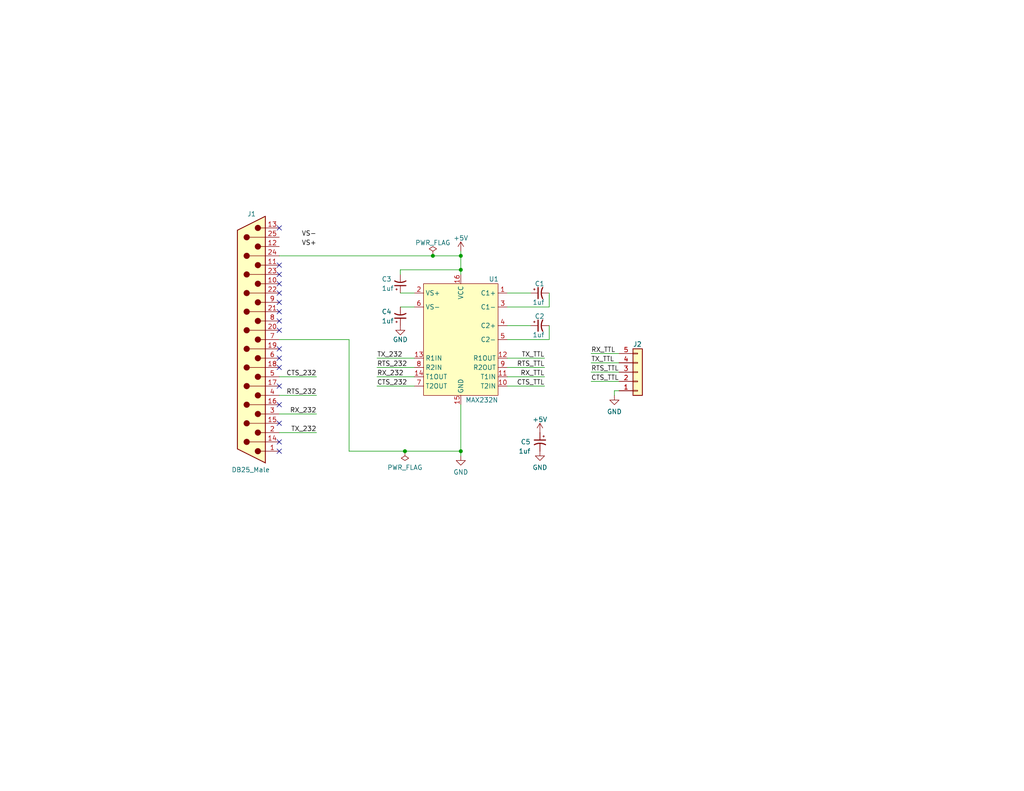
<source format=kicad_sch>
(kicad_sch (version 20211123) (generator eeschema)

  (uuid f16375ec-716c-4232-9de7-b320a5adc528)

  (paper "A")

  (title_block
    (title "RS232 to TTL Adapter")
    (date "2022-02-18")
    (rev "0")
  )

  (lib_symbols
    (symbol "Connector:DB25_Male" (pin_names (offset 1.016) hide) (in_bom yes) (on_board yes)
      (property "Reference" "J" (id 0) (at 0 34.29 0)
        (effects (font (size 1.27 1.27)))
      )
      (property "Value" "DB25_Male" (id 1) (at 0 -34.925 0)
        (effects (font (size 1.27 1.27)))
      )
      (property "Footprint" "" (id 2) (at 0 0 0)
        (effects (font (size 1.27 1.27)) hide)
      )
      (property "Datasheet" " ~" (id 3) (at 0 0 0)
        (effects (font (size 1.27 1.27)) hide)
      )
      (property "ki_keywords" "male D-SUB connector" (id 4) (at 0 0 0)
        (effects (font (size 1.27 1.27)) hide)
      )
      (property "ki_description" "25-pin male D-SUB connector" (id 5) (at 0 0 0)
        (effects (font (size 1.27 1.27)) hide)
      )
      (property "ki_fp_filters" "DSUB*Male*" (id 6) (at 0 0 0)
        (effects (font (size 1.27 1.27)) hide)
      )
      (symbol "DB25_Male_0_1"
        (circle (center -1.778 -30.48) (radius 0.762)
          (stroke (width 0) (type default) (color 0 0 0 0))
          (fill (type outline))
        )
        (circle (center -1.778 -25.4) (radius 0.762)
          (stroke (width 0) (type default) (color 0 0 0 0))
          (fill (type outline))
        )
        (circle (center -1.778 -20.32) (radius 0.762)
          (stroke (width 0) (type default) (color 0 0 0 0))
          (fill (type outline))
        )
        (circle (center -1.778 -15.24) (radius 0.762)
          (stroke (width 0) (type default) (color 0 0 0 0))
          (fill (type outline))
        )
        (circle (center -1.778 -10.16) (radius 0.762)
          (stroke (width 0) (type default) (color 0 0 0 0))
          (fill (type outline))
        )
        (circle (center -1.778 -5.08) (radius 0.762)
          (stroke (width 0) (type default) (color 0 0 0 0))
          (fill (type outline))
        )
        (circle (center -1.778 0) (radius 0.762)
          (stroke (width 0) (type default) (color 0 0 0 0))
          (fill (type outline))
        )
        (circle (center -1.778 5.08) (radius 0.762)
          (stroke (width 0) (type default) (color 0 0 0 0))
          (fill (type outline))
        )
        (circle (center -1.778 10.16) (radius 0.762)
          (stroke (width 0) (type default) (color 0 0 0 0))
          (fill (type outline))
        )
        (circle (center -1.778 15.24) (radius 0.762)
          (stroke (width 0) (type default) (color 0 0 0 0))
          (fill (type outline))
        )
        (circle (center -1.778 20.32) (radius 0.762)
          (stroke (width 0) (type default) (color 0 0 0 0))
          (fill (type outline))
        )
        (circle (center -1.778 25.4) (radius 0.762)
          (stroke (width 0) (type default) (color 0 0 0 0))
          (fill (type outline))
        )
        (circle (center -1.778 30.48) (radius 0.762)
          (stroke (width 0) (type default) (color 0 0 0 0))
          (fill (type outline))
        )
        (polyline
          (pts
            (xy -3.81 -30.48)
            (xy -2.54 -30.48)
          )
          (stroke (width 0) (type default) (color 0 0 0 0))
          (fill (type none))
        )
        (polyline
          (pts
            (xy -3.81 -27.94)
            (xy 0.508 -27.94)
          )
          (stroke (width 0) (type default) (color 0 0 0 0))
          (fill (type none))
        )
        (polyline
          (pts
            (xy -3.81 -25.4)
            (xy -2.54 -25.4)
          )
          (stroke (width 0) (type default) (color 0 0 0 0))
          (fill (type none))
        )
        (polyline
          (pts
            (xy -3.81 -22.86)
            (xy 0.508 -22.86)
          )
          (stroke (width 0) (type default) (color 0 0 0 0))
          (fill (type none))
        )
        (polyline
          (pts
            (xy -3.81 -20.32)
            (xy -2.54 -20.32)
          )
          (stroke (width 0) (type default) (color 0 0 0 0))
          (fill (type none))
        )
        (polyline
          (pts
            (xy -3.81 -17.78)
            (xy 0.508 -17.78)
          )
          (stroke (width 0) (type default) (color 0 0 0 0))
          (fill (type none))
        )
        (polyline
          (pts
            (xy -3.81 -15.24)
            (xy -2.54 -15.24)
          )
          (stroke (width 0) (type default) (color 0 0 0 0))
          (fill (type none))
        )
        (polyline
          (pts
            (xy -3.81 -12.7)
            (xy 0.508 -12.7)
          )
          (stroke (width 0) (type default) (color 0 0 0 0))
          (fill (type none))
        )
        (polyline
          (pts
            (xy -3.81 -10.16)
            (xy -2.54 -10.16)
          )
          (stroke (width 0) (type default) (color 0 0 0 0))
          (fill (type none))
        )
        (polyline
          (pts
            (xy -3.81 -7.62)
            (xy 0.508 -7.62)
          )
          (stroke (width 0) (type default) (color 0 0 0 0))
          (fill (type none))
        )
        (polyline
          (pts
            (xy -3.81 -5.08)
            (xy -2.54 -5.08)
          )
          (stroke (width 0) (type default) (color 0 0 0 0))
          (fill (type none))
        )
        (polyline
          (pts
            (xy -3.81 -2.54)
            (xy 0.508 -2.54)
          )
          (stroke (width 0) (type default) (color 0 0 0 0))
          (fill (type none))
        )
        (polyline
          (pts
            (xy -3.81 0)
            (xy -2.54 0)
          )
          (stroke (width 0) (type default) (color 0 0 0 0))
          (fill (type none))
        )
        (polyline
          (pts
            (xy -3.81 2.54)
            (xy 0.508 2.54)
          )
          (stroke (width 0) (type default) (color 0 0 0 0))
          (fill (type none))
        )
        (polyline
          (pts
            (xy -3.81 5.08)
            (xy -2.54 5.08)
          )
          (stroke (width 0) (type default) (color 0 0 0 0))
          (fill (type none))
        )
        (polyline
          (pts
            (xy -3.81 7.62)
            (xy 0.508 7.62)
          )
          (stroke (width 0) (type default) (color 0 0 0 0))
          (fill (type none))
        )
        (polyline
          (pts
            (xy -3.81 10.16)
            (xy -2.54 10.16)
          )
          (stroke (width 0) (type default) (color 0 0 0 0))
          (fill (type none))
        )
        (polyline
          (pts
            (xy -3.81 12.7)
            (xy 0.508 12.7)
          )
          (stroke (width 0) (type default) (color 0 0 0 0))
          (fill (type none))
        )
        (polyline
          (pts
            (xy -3.81 15.24)
            (xy -2.54 15.24)
          )
          (stroke (width 0) (type default) (color 0 0 0 0))
          (fill (type none))
        )
        (polyline
          (pts
            (xy -3.81 17.78)
            (xy 0.508 17.78)
          )
          (stroke (width 0) (type default) (color 0 0 0 0))
          (fill (type none))
        )
        (polyline
          (pts
            (xy -3.81 20.32)
            (xy -2.54 20.32)
          )
          (stroke (width 0) (type default) (color 0 0 0 0))
          (fill (type none))
        )
        (polyline
          (pts
            (xy -3.81 22.86)
            (xy 0.508 22.86)
          )
          (stroke (width 0) (type default) (color 0 0 0 0))
          (fill (type none))
        )
        (polyline
          (pts
            (xy -3.81 25.4)
            (xy -2.54 25.4)
          )
          (stroke (width 0) (type default) (color 0 0 0 0))
          (fill (type none))
        )
        (polyline
          (pts
            (xy -3.81 27.94)
            (xy 0.508 27.94)
          )
          (stroke (width 0) (type default) (color 0 0 0 0))
          (fill (type none))
        )
        (polyline
          (pts
            (xy -3.81 30.48)
            (xy -2.54 30.48)
          )
          (stroke (width 0) (type default) (color 0 0 0 0))
          (fill (type none))
        )
        (polyline
          (pts
            (xy -3.81 -33.655)
            (xy 3.81 -29.845)
            (xy 3.81 29.845)
            (xy -3.81 33.655)
            (xy -3.81 -33.655)
          )
          (stroke (width 0.254) (type default) (color 0 0 0 0))
          (fill (type background))
        )
        (circle (center 1.27 -27.94) (radius 0.762)
          (stroke (width 0) (type default) (color 0 0 0 0))
          (fill (type outline))
        )
        (circle (center 1.27 -22.86) (radius 0.762)
          (stroke (width 0) (type default) (color 0 0 0 0))
          (fill (type outline))
        )
        (circle (center 1.27 -17.78) (radius 0.762)
          (stroke (width 0) (type default) (color 0 0 0 0))
          (fill (type outline))
        )
        (circle (center 1.27 -12.7) (radius 0.762)
          (stroke (width 0) (type default) (color 0 0 0 0))
          (fill (type outline))
        )
        (circle (center 1.27 -7.62) (radius 0.762)
          (stroke (width 0) (type default) (color 0 0 0 0))
          (fill (type outline))
        )
        (circle (center 1.27 -2.54) (radius 0.762)
          (stroke (width 0) (type default) (color 0 0 0 0))
          (fill (type outline))
        )
        (circle (center 1.27 2.54) (radius 0.762)
          (stroke (width 0) (type default) (color 0 0 0 0))
          (fill (type outline))
        )
        (circle (center 1.27 7.62) (radius 0.762)
          (stroke (width 0) (type default) (color 0 0 0 0))
          (fill (type outline))
        )
        (circle (center 1.27 12.7) (radius 0.762)
          (stroke (width 0) (type default) (color 0 0 0 0))
          (fill (type outline))
        )
        (circle (center 1.27 17.78) (radius 0.762)
          (stroke (width 0) (type default) (color 0 0 0 0))
          (fill (type outline))
        )
        (circle (center 1.27 22.86) (radius 0.762)
          (stroke (width 0) (type default) (color 0 0 0 0))
          (fill (type outline))
        )
        (circle (center 1.27 27.94) (radius 0.762)
          (stroke (width 0) (type default) (color 0 0 0 0))
          (fill (type outline))
        )
      )
      (symbol "DB25_Male_1_1"
        (pin passive line (at -7.62 -30.48 0) (length 3.81)
          (name "1" (effects (font (size 1.27 1.27))))
          (number "1" (effects (font (size 1.27 1.27))))
        )
        (pin passive line (at -7.62 15.24 0) (length 3.81)
          (name "10" (effects (font (size 1.27 1.27))))
          (number "10" (effects (font (size 1.27 1.27))))
        )
        (pin passive line (at -7.62 20.32 0) (length 3.81)
          (name "11" (effects (font (size 1.27 1.27))))
          (number "11" (effects (font (size 1.27 1.27))))
        )
        (pin passive line (at -7.62 25.4 0) (length 3.81)
          (name "12" (effects (font (size 1.27 1.27))))
          (number "12" (effects (font (size 1.27 1.27))))
        )
        (pin passive line (at -7.62 30.48 0) (length 3.81)
          (name "13" (effects (font (size 1.27 1.27))))
          (number "13" (effects (font (size 1.27 1.27))))
        )
        (pin passive line (at -7.62 -27.94 0) (length 3.81)
          (name "P14" (effects (font (size 1.27 1.27))))
          (number "14" (effects (font (size 1.27 1.27))))
        )
        (pin passive line (at -7.62 -22.86 0) (length 3.81)
          (name "P15" (effects (font (size 1.27 1.27))))
          (number "15" (effects (font (size 1.27 1.27))))
        )
        (pin passive line (at -7.62 -17.78 0) (length 3.81)
          (name "P16" (effects (font (size 1.27 1.27))))
          (number "16" (effects (font (size 1.27 1.27))))
        )
        (pin passive line (at -7.62 -12.7 0) (length 3.81)
          (name "P17" (effects (font (size 1.27 1.27))))
          (number "17" (effects (font (size 1.27 1.27))))
        )
        (pin passive line (at -7.62 -7.62 0) (length 3.81)
          (name "P18" (effects (font (size 1.27 1.27))))
          (number "18" (effects (font (size 1.27 1.27))))
        )
        (pin passive line (at -7.62 -2.54 0) (length 3.81)
          (name "P19" (effects (font (size 1.27 1.27))))
          (number "19" (effects (font (size 1.27 1.27))))
        )
        (pin passive line (at -7.62 -25.4 0) (length 3.81)
          (name "2" (effects (font (size 1.27 1.27))))
          (number "2" (effects (font (size 1.27 1.27))))
        )
        (pin passive line (at -7.62 2.54 0) (length 3.81)
          (name "P20" (effects (font (size 1.27 1.27))))
          (number "20" (effects (font (size 1.27 1.27))))
        )
        (pin passive line (at -7.62 7.62 0) (length 3.81)
          (name "P21" (effects (font (size 1.27 1.27))))
          (number "21" (effects (font (size 1.27 1.27))))
        )
        (pin passive line (at -7.62 12.7 0) (length 3.81)
          (name "P22" (effects (font (size 1.27 1.27))))
          (number "22" (effects (font (size 1.27 1.27))))
        )
        (pin passive line (at -7.62 17.78 0) (length 3.81)
          (name "P23" (effects (font (size 1.27 1.27))))
          (number "23" (effects (font (size 1.27 1.27))))
        )
        (pin passive line (at -7.62 22.86 0) (length 3.81)
          (name "P24" (effects (font (size 1.27 1.27))))
          (number "24" (effects (font (size 1.27 1.27))))
        )
        (pin passive line (at -7.62 27.94 0) (length 3.81)
          (name "P25" (effects (font (size 1.27 1.27))))
          (number "25" (effects (font (size 1.27 1.27))))
        )
        (pin passive line (at -7.62 -20.32 0) (length 3.81)
          (name "3" (effects (font (size 1.27 1.27))))
          (number "3" (effects (font (size 1.27 1.27))))
        )
        (pin passive line (at -7.62 -15.24 0) (length 3.81)
          (name "4" (effects (font (size 1.27 1.27))))
          (number "4" (effects (font (size 1.27 1.27))))
        )
        (pin passive line (at -7.62 -10.16 0) (length 3.81)
          (name "5" (effects (font (size 1.27 1.27))))
          (number "5" (effects (font (size 1.27 1.27))))
        )
        (pin passive line (at -7.62 -5.08 0) (length 3.81)
          (name "6" (effects (font (size 1.27 1.27))))
          (number "6" (effects (font (size 1.27 1.27))))
        )
        (pin passive line (at -7.62 0 0) (length 3.81)
          (name "7" (effects (font (size 1.27 1.27))))
          (number "7" (effects (font (size 1.27 1.27))))
        )
        (pin passive line (at -7.62 5.08 0) (length 3.81)
          (name "8" (effects (font (size 1.27 1.27))))
          (number "8" (effects (font (size 1.27 1.27))))
        )
        (pin passive line (at -7.62 10.16 0) (length 3.81)
          (name "9" (effects (font (size 1.27 1.27))))
          (number "9" (effects (font (size 1.27 1.27))))
        )
      )
    )
    (symbol "Connector_Generic:Conn_01x05" (pin_names (offset 1.016) hide) (in_bom yes) (on_board yes)
      (property "Reference" "J" (id 0) (at 0 7.62 0)
        (effects (font (size 1.27 1.27)))
      )
      (property "Value" "Conn_01x05" (id 1) (at 0 -7.62 0)
        (effects (font (size 1.27 1.27)))
      )
      (property "Footprint" "" (id 2) (at 0 0 0)
        (effects (font (size 1.27 1.27)) hide)
      )
      (property "Datasheet" "~" (id 3) (at 0 0 0)
        (effects (font (size 1.27 1.27)) hide)
      )
      (property "ki_keywords" "connector" (id 4) (at 0 0 0)
        (effects (font (size 1.27 1.27)) hide)
      )
      (property "ki_description" "Generic connector, single row, 01x05, script generated (kicad-library-utils/schlib/autogen/connector/)" (id 5) (at 0 0 0)
        (effects (font (size 1.27 1.27)) hide)
      )
      (property "ki_fp_filters" "Connector*:*_1x??_*" (id 6) (at 0 0 0)
        (effects (font (size 1.27 1.27)) hide)
      )
      (symbol "Conn_01x05_1_1"
        (rectangle (start -1.27 -4.953) (end 0 -5.207)
          (stroke (width 0.1524) (type default) (color 0 0 0 0))
          (fill (type none))
        )
        (rectangle (start -1.27 -2.413) (end 0 -2.667)
          (stroke (width 0.1524) (type default) (color 0 0 0 0))
          (fill (type none))
        )
        (rectangle (start -1.27 0.127) (end 0 -0.127)
          (stroke (width 0.1524) (type default) (color 0 0 0 0))
          (fill (type none))
        )
        (rectangle (start -1.27 2.667) (end 0 2.413)
          (stroke (width 0.1524) (type default) (color 0 0 0 0))
          (fill (type none))
        )
        (rectangle (start -1.27 5.207) (end 0 4.953)
          (stroke (width 0.1524) (type default) (color 0 0 0 0))
          (fill (type none))
        )
        (rectangle (start -1.27 6.35) (end 1.27 -6.35)
          (stroke (width 0.254) (type default) (color 0 0 0 0))
          (fill (type background))
        )
        (pin passive line (at -5.08 5.08 0) (length 3.81)
          (name "Pin_1" (effects (font (size 1.27 1.27))))
          (number "1" (effects (font (size 1.27 1.27))))
        )
        (pin passive line (at -5.08 2.54 0) (length 3.81)
          (name "Pin_2" (effects (font (size 1.27 1.27))))
          (number "2" (effects (font (size 1.27 1.27))))
        )
        (pin passive line (at -5.08 0 0) (length 3.81)
          (name "Pin_3" (effects (font (size 1.27 1.27))))
          (number "3" (effects (font (size 1.27 1.27))))
        )
        (pin passive line (at -5.08 -2.54 0) (length 3.81)
          (name "Pin_4" (effects (font (size 1.27 1.27))))
          (number "4" (effects (font (size 1.27 1.27))))
        )
        (pin passive line (at -5.08 -5.08 0) (length 3.81)
          (name "Pin_5" (effects (font (size 1.27 1.27))))
          (number "5" (effects (font (size 1.27 1.27))))
        )
      )
    )
    (symbol "Device:C_Polarized_Small_US" (pin_numbers hide) (pin_names (offset 0.254) hide) (in_bom yes) (on_board yes)
      (property "Reference" "C" (id 0) (at 0.254 1.778 0)
        (effects (font (size 1.27 1.27)) (justify left))
      )
      (property "Value" "C_Polarized_Small_US" (id 1) (at 0.254 -2.032 0)
        (effects (font (size 1.27 1.27)) (justify left))
      )
      (property "Footprint" "" (id 2) (at 0 0 0)
        (effects (font (size 1.27 1.27)) hide)
      )
      (property "Datasheet" "~" (id 3) (at 0 0 0)
        (effects (font (size 1.27 1.27)) hide)
      )
      (property "ki_keywords" "cap capacitor" (id 4) (at 0 0 0)
        (effects (font (size 1.27 1.27)) hide)
      )
      (property "ki_description" "Polarized capacitor, small US symbol" (id 5) (at 0 0 0)
        (effects (font (size 1.27 1.27)) hide)
      )
      (property "ki_fp_filters" "CP_*" (id 6) (at 0 0 0)
        (effects (font (size 1.27 1.27)) hide)
      )
      (symbol "C_Polarized_Small_US_0_1"
        (polyline
          (pts
            (xy -1.524 0.508)
            (xy 1.524 0.508)
          )
          (stroke (width 0.3048) (type default) (color 0 0 0 0))
          (fill (type none))
        )
        (polyline
          (pts
            (xy -1.27 1.524)
            (xy -0.762 1.524)
          )
          (stroke (width 0) (type default) (color 0 0 0 0))
          (fill (type none))
        )
        (polyline
          (pts
            (xy -1.016 1.27)
            (xy -1.016 1.778)
          )
          (stroke (width 0) (type default) (color 0 0 0 0))
          (fill (type none))
        )
        (arc (start 1.524 -0.762) (mid 0 -0.3734) (end -1.524 -0.762)
          (stroke (width 0.3048) (type default) (color 0 0 0 0))
          (fill (type none))
        )
      )
      (symbol "C_Polarized_Small_US_1_1"
        (pin passive line (at 0 2.54 270) (length 2.032)
          (name "~" (effects (font (size 1.27 1.27))))
          (number "1" (effects (font (size 1.27 1.27))))
        )
        (pin passive line (at 0 -2.54 90) (length 2.032)
          (name "~" (effects (font (size 1.27 1.27))))
          (number "2" (effects (font (size 1.27 1.27))))
        )
      )
    )
    (symbol "mcb:MAX232N" (in_bom yes) (on_board yes)
      (property "Reference" "U" (id 0) (at 0 22.86 0)
        (effects (font (size 1.27 1.27)))
      )
      (property "Value" "MAX232N" (id 1) (at 0 20.32 0)
        (effects (font (size 1.27 1.27)))
      )
      (property "Footprint" "Package_DIP:DIP-16_W7.62mm" (id 2) (at 0 0 0)
        (effects (font (size 1.27 1.27)) hide)
      )
      (property "Datasheet" "" (id 3) (at 0 0 0)
        (effects (font (size 1.27 1.27)) hide)
      )
      (symbol "MAX232N_0_1"
        (rectangle (start -10.16 15.24) (end 10.16 -15.24)
          (stroke (width 0) (type default) (color 0 0 0 0))
          (fill (type background))
        )
      )
      (symbol "MAX232N_1_1"
        (pin passive line (at 12.7 12.7 180) (length 2.54)
          (name "C1+" (effects (font (size 1.27 1.27))))
          (number "1" (effects (font (size 1.27 1.27))))
        )
        (pin input line (at 12.7 -12.7 180) (length 2.54)
          (name "T2IN" (effects (font (size 1.27 1.27))))
          (number "10" (effects (font (size 1.27 1.27))))
        )
        (pin input line (at 12.7 -10.16 180) (length 2.54)
          (name "T1IN" (effects (font (size 1.27 1.27))))
          (number "11" (effects (font (size 1.27 1.27))))
        )
        (pin output line (at 12.7 -5.08 180) (length 2.54)
          (name "R1OUT" (effects (font (size 1.27 1.27))))
          (number "12" (effects (font (size 1.27 1.27))))
        )
        (pin input line (at -12.7 -5.08 0) (length 2.54)
          (name "R1IN" (effects (font (size 1.27 1.27))))
          (number "13" (effects (font (size 1.27 1.27))))
        )
        (pin output line (at -12.7 -10.16 0) (length 2.54)
          (name "T1OUT" (effects (font (size 1.27 1.27))))
          (number "14" (effects (font (size 1.27 1.27))))
        )
        (pin power_in line (at 0 -17.78 90) (length 2.54)
          (name "GND" (effects (font (size 1.27 1.27))))
          (number "15" (effects (font (size 1.27 1.27))))
        )
        (pin power_in line (at 0 17.78 270) (length 2.54)
          (name "VCC" (effects (font (size 1.27 1.27))))
          (number "16" (effects (font (size 1.27 1.27))))
        )
        (pin output line (at -12.7 12.7 0) (length 2.54)
          (name "VS+" (effects (font (size 1.27 1.27))))
          (number "2" (effects (font (size 1.27 1.27))))
        )
        (pin passive line (at 12.7 8.89 180) (length 2.54)
          (name "C1-" (effects (font (size 1.27 1.27))))
          (number "3" (effects (font (size 1.27 1.27))))
        )
        (pin passive line (at 12.7 3.81 180) (length 2.54)
          (name "C2+" (effects (font (size 1.27 1.27))))
          (number "4" (effects (font (size 1.27 1.27))))
        )
        (pin passive line (at 12.7 0 180) (length 2.54)
          (name "C2-" (effects (font (size 1.27 1.27))))
          (number "5" (effects (font (size 1.27 1.27))))
        )
        (pin output line (at -12.7 8.89 0) (length 2.54)
          (name "VS-" (effects (font (size 1.27 1.27))))
          (number "6" (effects (font (size 1.27 1.27))))
        )
        (pin output line (at -12.7 -12.7 0) (length 2.54)
          (name "T2OUT" (effects (font (size 1.27 1.27))))
          (number "7" (effects (font (size 1.27 1.27))))
        )
        (pin input line (at -12.7 -7.62 0) (length 2.54)
          (name "R2IN" (effects (font (size 1.27 1.27))))
          (number "8" (effects (font (size 1.27 1.27))))
        )
        (pin output line (at 12.7 -7.62 180) (length 2.54)
          (name "R2OUT" (effects (font (size 1.27 1.27))))
          (number "9" (effects (font (size 1.27 1.27))))
        )
      )
    )
    (symbol "power:+5V" (power) (pin_numbers hide) (pin_names (offset 0) hide) (in_bom yes) (on_board yes)
      (property "Reference" "#PWR" (id 0) (at 0 -3.81 0)
        (effects (font (size 1.27 1.27)) hide)
      )
      (property "Value" "+5V" (id 1) (at 0 3.556 0)
        (effects (font (size 1.27 1.27)))
      )
      (property "Footprint" "" (id 2) (at 0 0 0)
        (effects (font (size 1.27 1.27)) hide)
      )
      (property "Datasheet" "" (id 3) (at 0 0 0)
        (effects (font (size 1.27 1.27)) hide)
      )
      (property "ki_keywords" "power-flag" (id 4) (at 0 0 0)
        (effects (font (size 1.27 1.27)) hide)
      )
      (property "ki_description" "Power symbol creates a global label with name \"+5V\"" (id 5) (at 0 0 0)
        (effects (font (size 1.27 1.27)) hide)
      )
      (symbol "+5V_0_1"
        (polyline
          (pts
            (xy -0.762 1.27)
            (xy 0 2.54)
          )
          (stroke (width 0) (type default) (color 0 0 0 0))
          (fill (type none))
        )
        (polyline
          (pts
            (xy 0 0)
            (xy 0 2.54)
          )
          (stroke (width 0) (type default) (color 0 0 0 0))
          (fill (type none))
        )
        (polyline
          (pts
            (xy 0 2.54)
            (xy 0.762 1.27)
          )
          (stroke (width 0) (type default) (color 0 0 0 0))
          (fill (type none))
        )
      )
      (symbol "+5V_1_1"
        (pin power_in line (at 0 0 90) (length 0) hide
          (name "+5V" (effects (font (size 1.27 1.27))))
          (number "1" (effects (font (size 1.27 1.27))))
        )
      )
    )
    (symbol "power:GND" (power) (pin_numbers hide) (pin_names (offset 0) hide) (in_bom yes) (on_board yes)
      (property "Reference" "#PWR" (id 0) (at 0 -6.35 0)
        (effects (font (size 1.27 1.27)) hide)
      )
      (property "Value" "GND" (id 1) (at 0 -3.81 0)
        (effects (font (size 1.27 1.27)))
      )
      (property "Footprint" "" (id 2) (at 0 0 0)
        (effects (font (size 1.27 1.27)) hide)
      )
      (property "Datasheet" "" (id 3) (at 0 0 0)
        (effects (font (size 1.27 1.27)) hide)
      )
      (property "ki_keywords" "power-flag" (id 4) (at 0 0 0)
        (effects (font (size 1.27 1.27)) hide)
      )
      (property "ki_description" "Power symbol creates a global label with name \"GND\" , ground" (id 5) (at 0 0 0)
        (effects (font (size 1.27 1.27)) hide)
      )
      (symbol "GND_0_1"
        (polyline
          (pts
            (xy 0 0)
            (xy 0 -1.27)
            (xy 1.27 -1.27)
            (xy 0 -2.54)
            (xy -1.27 -1.27)
            (xy 0 -1.27)
          )
          (stroke (width 0) (type default) (color 0 0 0 0))
          (fill (type none))
        )
      )
      (symbol "GND_1_1"
        (pin power_in line (at 0 0 270) (length 0) hide
          (name "GND" (effects (font (size 1.27 1.27))))
          (number "1" (effects (font (size 1.27 1.27))))
        )
      )
    )
    (symbol "power:PWR_FLAG" (power) (pin_numbers hide) (pin_names (offset 0) hide) (in_bom yes) (on_board yes)
      (property "Reference" "#FLG" (id 0) (at 0 1.905 0)
        (effects (font (size 1.27 1.27)) hide)
      )
      (property "Value" "PWR_FLAG" (id 1) (at 0 3.81 0)
        (effects (font (size 1.27 1.27)))
      )
      (property "Footprint" "" (id 2) (at 0 0 0)
        (effects (font (size 1.27 1.27)) hide)
      )
      (property "Datasheet" "~" (id 3) (at 0 0 0)
        (effects (font (size 1.27 1.27)) hide)
      )
      (property "ki_keywords" "power-flag" (id 4) (at 0 0 0)
        (effects (font (size 1.27 1.27)) hide)
      )
      (property "ki_description" "Special symbol for telling ERC where power comes from" (id 5) (at 0 0 0)
        (effects (font (size 1.27 1.27)) hide)
      )
      (symbol "PWR_FLAG_0_0"
        (pin power_out line (at 0 0 90) (length 0)
          (name "pwr" (effects (font (size 1.27 1.27))))
          (number "1" (effects (font (size 1.27 1.27))))
        )
      )
      (symbol "PWR_FLAG_0_1"
        (polyline
          (pts
            (xy 0 0)
            (xy 0 1.27)
            (xy -1.016 1.905)
            (xy 0 2.54)
            (xy 1.016 1.905)
            (xy 0 1.27)
          )
          (stroke (width 0) (type default) (color 0 0 0 0))
          (fill (type none))
        )
      )
    )
  )

  (junction (at 125.73 123.19) (diameter 0) (color 0 0 0 0)
    (uuid 1fb533a9-ae70-446c-90f9-0c00c9c3259f)
  )
  (junction (at 125.73 69.85) (diameter 0) (color 0 0 0 0)
    (uuid b16e5b28-c09e-4273-b238-42c9dd54214c)
  )
  (junction (at 110.49 123.19) (diameter 0) (color 0 0 0 0)
    (uuid b4496839-8428-4fec-bea3-0914d6785fce)
  )
  (junction (at 118.11 69.85) (diameter 0) (color 0 0 0 0)
    (uuid d731617f-cbd0-4d12-bda1-ecf87b7f8081)
  )
  (junction (at 125.73 73.66) (diameter 0) (color 0 0 0 0)
    (uuid ed457586-b897-49fa-98ac-2efd29198c16)
  )

  (no_connect (at 76.2 62.23) (uuid 72e1a9d8-1f59-4b59-bd80-cda96e45d971))
  (no_connect (at 76.2 72.39) (uuid 72e1a9d8-1f59-4b59-bd80-cda96e45d972))
  (no_connect (at 76.2 74.93) (uuid 72e1a9d8-1f59-4b59-bd80-cda96e45d973))
  (no_connect (at 76.2 77.47) (uuid 72e1a9d8-1f59-4b59-bd80-cda96e45d974))
  (no_connect (at 76.2 80.01) (uuid 72e1a9d8-1f59-4b59-bd80-cda96e45d975))
  (no_connect (at 76.2 82.55) (uuid 72e1a9d8-1f59-4b59-bd80-cda96e45d976))
  (no_connect (at 76.2 85.09) (uuid 72e1a9d8-1f59-4b59-bd80-cda96e45d977))
  (no_connect (at 76.2 87.63) (uuid 72e1a9d8-1f59-4b59-bd80-cda96e45d978))
  (no_connect (at 76.2 90.17) (uuid 72e1a9d8-1f59-4b59-bd80-cda96e45d979))
  (no_connect (at 76.2 95.25) (uuid 72e1a9d8-1f59-4b59-bd80-cda96e45d97a))
  (no_connect (at 76.2 97.79) (uuid 72e1a9d8-1f59-4b59-bd80-cda96e45d97b))
  (no_connect (at 76.2 100.33) (uuid 72e1a9d8-1f59-4b59-bd80-cda96e45d97c))
  (no_connect (at 76.2 105.41) (uuid 72e1a9d8-1f59-4b59-bd80-cda96e45d97d))
  (no_connect (at 76.2 110.49) (uuid 72e1a9d8-1f59-4b59-bd80-cda96e45d97e))
  (no_connect (at 76.2 115.57) (uuid 72e1a9d8-1f59-4b59-bd80-cda96e45d97f))
  (no_connect (at 76.2 120.65) (uuid 72e1a9d8-1f59-4b59-bd80-cda96e45d980))
  (no_connect (at 76.2 123.19) (uuid 72e1a9d8-1f59-4b59-bd80-cda96e45d981))

  (wire (pts (xy 109.22 73.66) (xy 125.73 73.66))
    (stroke (width 0) (type default) (color 0 0 0 0))
    (uuid 05538515-6528-4a4c-8ca8-f368d1cbeee6)
  )
  (wire (pts (xy 102.87 100.33) (xy 113.03 100.33))
    (stroke (width 0) (type default) (color 0 0 0 0))
    (uuid 0951ff8f-94d5-493f-a6c7-84ae2f68c9bd)
  )
  (wire (pts (xy 138.43 97.79) (xy 148.59 97.79))
    (stroke (width 0) (type default) (color 0 0 0 0))
    (uuid 0ac1eb30-4798-4d36-83f6-351f71a89fe0)
  )
  (wire (pts (xy 149.86 92.71) (xy 138.43 92.71))
    (stroke (width 0) (type default) (color 0 0 0 0))
    (uuid 0c618a49-48e0-4c58-9945-800e9ba8da07)
  )
  (wire (pts (xy 125.73 123.19) (xy 125.73 124.46))
    (stroke (width 0) (type default) (color 0 0 0 0))
    (uuid 122a363a-2adb-4af8-8d69-7e4479ad13f1)
  )
  (wire (pts (xy 138.43 88.9) (xy 144.78 88.9))
    (stroke (width 0) (type default) (color 0 0 0 0))
    (uuid 194e4ac6-13e7-4e02-a206-00ad7be2e9ed)
  )
  (wire (pts (xy 110.49 123.19) (xy 125.73 123.19))
    (stroke (width 0) (type default) (color 0 0 0 0))
    (uuid 1cb146bb-702b-436c-a432-f69c2d33a2e3)
  )
  (wire (pts (xy 138.43 80.01) (xy 144.78 80.01))
    (stroke (width 0) (type default) (color 0 0 0 0))
    (uuid 2cfcbada-97fe-47b9-8f74-06526b84c59d)
  )
  (wire (pts (xy 138.43 100.33) (xy 148.59 100.33))
    (stroke (width 0) (type default) (color 0 0 0 0))
    (uuid 33a34036-353c-42b4-8020-b85ed6f8f103)
  )
  (wire (pts (xy 161.29 104.14) (xy 168.91 104.14))
    (stroke (width 0) (type default) (color 0 0 0 0))
    (uuid 36ef302c-fab1-4aac-975b-1349100210af)
  )
  (wire (pts (xy 125.73 73.66) (xy 125.73 74.93))
    (stroke (width 0) (type default) (color 0 0 0 0))
    (uuid 38e8ccad-d5b2-4163-94ef-15ad7f929015)
  )
  (wire (pts (xy 149.86 83.82) (xy 138.43 83.82))
    (stroke (width 0) (type default) (color 0 0 0 0))
    (uuid 3ef3fa7a-8efe-4366-b7b8-c666bb60301f)
  )
  (wire (pts (xy 113.03 80.01) (xy 109.22 80.01))
    (stroke (width 0) (type default) (color 0 0 0 0))
    (uuid 45dd312a-4854-4626-ae8a-71a3ad2284b7)
  )
  (wire (pts (xy 125.73 123.19) (xy 125.73 110.49))
    (stroke (width 0) (type default) (color 0 0 0 0))
    (uuid 48dde2c6-31e6-4369-b290-892e13a0fdd8)
  )
  (wire (pts (xy 76.2 107.95) (xy 86.36 107.95))
    (stroke (width 0) (type default) (color 0 0 0 0))
    (uuid 4b1642f4-93bc-4ef7-af67-73d1b43e1955)
  )
  (wire (pts (xy 168.91 106.68) (xy 167.64 106.68))
    (stroke (width 0) (type default) (color 0 0 0 0))
    (uuid 4fb2422e-b898-4428-bc7c-a66722d66e9c)
  )
  (wire (pts (xy 102.87 102.87) (xy 113.03 102.87))
    (stroke (width 0) (type default) (color 0 0 0 0))
    (uuid 51c1b527-1340-43e6-859d-e055817e815a)
  )
  (wire (pts (xy 161.29 101.6) (xy 168.91 101.6))
    (stroke (width 0) (type default) (color 0 0 0 0))
    (uuid 527b7dd3-3432-4445-870b-d0d6cc42649e)
  )
  (wire (pts (xy 109.22 83.82) (xy 113.03 83.82))
    (stroke (width 0) (type default) (color 0 0 0 0))
    (uuid 5d03fa02-d913-4f0b-a26d-0fb39184e38a)
  )
  (wire (pts (xy 102.87 97.79) (xy 113.03 97.79))
    (stroke (width 0) (type default) (color 0 0 0 0))
    (uuid 68671980-193e-479b-b296-1283497824b8)
  )
  (wire (pts (xy 149.86 88.9) (xy 149.86 92.71))
    (stroke (width 0) (type default) (color 0 0 0 0))
    (uuid 6bae723e-daaf-49ee-b9de-cbcbc7eb4863)
  )
  (wire (pts (xy 161.29 99.06) (xy 168.91 99.06))
    (stroke (width 0) (type default) (color 0 0 0 0))
    (uuid 6da8ee32-54bc-4444-ac32-9ba5aed592ca)
  )
  (wire (pts (xy 125.73 69.85) (xy 125.73 68.58))
    (stroke (width 0) (type default) (color 0 0 0 0))
    (uuid 6f32fca6-fbf5-4a53-8cfd-0c7a5a78bbae)
  )
  (wire (pts (xy 161.29 96.52) (xy 168.91 96.52))
    (stroke (width 0) (type default) (color 0 0 0 0))
    (uuid 75ab1d76-d653-49fb-b47b-2f4bc1bc4d20)
  )
  (wire (pts (xy 118.11 69.85) (xy 125.73 69.85))
    (stroke (width 0) (type default) (color 0 0 0 0))
    (uuid 784152b3-257d-4492-a54e-7cc810c48b11)
  )
  (wire (pts (xy 76.2 113.03) (xy 86.36 113.03))
    (stroke (width 0) (type default) (color 0 0 0 0))
    (uuid 7be7f207-27d5-472f-b0fc-2c917d7ae1aa)
  )
  (wire (pts (xy 76.2 118.11) (xy 86.36 118.11))
    (stroke (width 0) (type default) (color 0 0 0 0))
    (uuid 7d34a558-1a74-4e94-8125-c2c6e70ec625)
  )
  (wire (pts (xy 109.22 74.93) (xy 109.22 73.66))
    (stroke (width 0) (type default) (color 0 0 0 0))
    (uuid 8d7c07c6-98ae-4bf3-8daf-1e56369039ce)
  )
  (wire (pts (xy 76.2 92.71) (xy 95.25 92.71))
    (stroke (width 0) (type default) (color 0 0 0 0))
    (uuid a0e88c7b-ea0b-4602-8df3-a3cdccab820c)
  )
  (wire (pts (xy 95.25 123.19) (xy 110.49 123.19))
    (stroke (width 0) (type default) (color 0 0 0 0))
    (uuid c4a98246-2542-4eb4-8c4d-a1683c0b4f62)
  )
  (wire (pts (xy 125.73 69.85) (xy 125.73 73.66))
    (stroke (width 0) (type default) (color 0 0 0 0))
    (uuid c4d8e1fd-d3db-4d8a-a7c4-b9ccfd81a873)
  )
  (wire (pts (xy 149.86 80.01) (xy 149.86 83.82))
    (stroke (width 0) (type default) (color 0 0 0 0))
    (uuid cf92c3c7-6901-49bd-88f8-b5e7db8c7cb3)
  )
  (wire (pts (xy 76.2 102.87) (xy 86.36 102.87))
    (stroke (width 0) (type default) (color 0 0 0 0))
    (uuid d195e3d5-53cc-4b62-ace3-1f41dda66bd0)
  )
  (wire (pts (xy 95.25 92.71) (xy 95.25 123.19))
    (stroke (width 0) (type default) (color 0 0 0 0))
    (uuid d58d753c-6b69-40e6-855c-39308beb46da)
  )
  (wire (pts (xy 102.87 105.41) (xy 113.03 105.41))
    (stroke (width 0) (type default) (color 0 0 0 0))
    (uuid da8c6c4f-ac04-4beb-9f67-003ba3f31adf)
  )
  (wire (pts (xy 138.43 105.41) (xy 148.59 105.41))
    (stroke (width 0) (type default) (color 0 0 0 0))
    (uuid dbae5aaa-34a6-434d-b30d-a979d64bfefb)
  )
  (wire (pts (xy 138.43 102.87) (xy 148.59 102.87))
    (stroke (width 0) (type default) (color 0 0 0 0))
    (uuid e759398c-f87e-4a05-9872-796d5cb03e06)
  )
  (wire (pts (xy 76.2 69.85) (xy 118.11 69.85))
    (stroke (width 0) (type default) (color 0 0 0 0))
    (uuid f1bf1def-702f-41d9-86f4-3c6d665b9300)
  )
  (wire (pts (xy 167.64 106.68) (xy 167.64 107.95))
    (stroke (width 0) (type default) (color 0 0 0 0))
    (uuid f214a84b-7705-4722-857b-bedeeae743c6)
  )

  (label "CTS_232" (at 102.87 105.41 0)
    (effects (font (size 1.27 1.27)) (justify left bottom))
    (uuid 1b72f31a-2874-421e-9d5e-ad9f4d60501f)
  )
  (label "TX_232" (at 102.87 97.79 0)
    (effects (font (size 1.27 1.27)) (justify left bottom))
    (uuid 3df3c96d-86b0-4f85-99d0-203047a5e28b)
  )
  (label "CTS_232" (at 86.36 102.87 180)
    (effects (font (size 1.27 1.27)) (justify right bottom))
    (uuid 42fd1d7b-6a61-42a7-9400-742ea3a4ed52)
  )
  (label "RTS_232" (at 86.36 107.95 180)
    (effects (font (size 1.27 1.27)) (justify right bottom))
    (uuid 44239395-0a7c-48ed-82c2-8da5aa3e1e24)
  )
  (label "RTS_TTL" (at 161.29 101.6 0)
    (effects (font (size 1.27 1.27)) (justify left bottom))
    (uuid 5561cdb7-548d-42b0-872d-105e05c5206d)
  )
  (label "TX_232" (at 86.36 118.11 180)
    (effects (font (size 1.27 1.27)) (justify right bottom))
    (uuid 5637b975-169d-4953-814c-36395c0144f5)
  )
  (label "RTS_TTL" (at 148.59 100.33 180)
    (effects (font (size 1.27 1.27)) (justify right bottom))
    (uuid 61749ca6-dfe7-49c8-bc2b-6b8e2b63e3c1)
  )
  (label "VS-" (at 86.36 64.77 180)
    (effects (font (size 1.27 1.27)) (justify right bottom))
    (uuid 674bdb47-e88a-4ca3-b168-04bb014d1b07)
  )
  (label "CTS_TTL" (at 161.29 104.14 0)
    (effects (font (size 1.27 1.27)) (justify left bottom))
    (uuid 8d49dca7-94f1-4fb5-bcb2-feb09029a25b)
  )
  (label "RX_232" (at 86.36 113.03 180)
    (effects (font (size 1.27 1.27)) (justify right bottom))
    (uuid 9bc37fef-efac-4d64-a6a7-d98f6c89a401)
  )
  (label "TX_TTL" (at 161.29 99.06 0)
    (effects (font (size 1.27 1.27)) (justify left bottom))
    (uuid a0f763ff-23d9-49d7-b1e3-2fa62713ec93)
  )
  (label "RX_232" (at 102.87 102.87 0)
    (effects (font (size 1.27 1.27)) (justify left bottom))
    (uuid a466bf82-de67-49b4-b3c9-78fa89a738e3)
  )
  (label "RTS_232" (at 102.87 100.33 0)
    (effects (font (size 1.27 1.27)) (justify left bottom))
    (uuid ad786ea6-41e3-4267-bb68-dc9f17f31a2a)
  )
  (label "VS+" (at 86.36 67.31 180)
    (effects (font (size 1.27 1.27)) (justify right bottom))
    (uuid c092da90-b2ae-4b4b-8681-391a1bb0fa73)
  )
  (label "TX_TTL" (at 148.59 97.79 180)
    (effects (font (size 1.27 1.27)) (justify right bottom))
    (uuid c8d7eac4-1e48-450e-ae50-22b23dcc6348)
  )
  (label "RX_TTL" (at 161.29 96.52 0)
    (effects (font (size 1.27 1.27)) (justify left bottom))
    (uuid c966a5a3-b838-4f9c-8f9f-6ffa5ca446b6)
  )
  (label "RX_TTL" (at 148.59 102.87 180)
    (effects (font (size 1.27 1.27)) (justify right bottom))
    (uuid d01b623d-d4a5-49c5-86e8-e72cb28fb01a)
  )
  (label "CTS_TTL" (at 148.59 105.41 180)
    (effects (font (size 1.27 1.27)) (justify right bottom))
    (uuid db037ad1-2e82-434a-a0d8-96a53c97681e)
  )

  (symbol (lib_id "Device:C_Polarized_Small_US") (at 147.32 80.01 90) (mirror x) (unit 1)
    (in_bom yes) (on_board yes)
    (uuid 0cec9aea-5e9e-42b3-9348-b79e2a266dee)
    (property "Reference" "C1" (id 0) (at 148.59 77.47 90)
      (effects (font (size 1.27 1.27)) (justify left))
    )
    (property "Value" "1uf" (id 1) (at 148.59 82.55 90)
      (effects (font (size 1.27 1.27)) (justify left))
    )
    (property "Footprint" "Capacitor_THT:CP_Radial_D5.0mm_P2.00mm" (id 2) (at 147.32 80.01 0)
      (effects (font (size 1.27 1.27)) hide)
    )
    (property "Datasheet" "~" (id 3) (at 147.32 80.01 0)
      (effects (font (size 1.27 1.27)) hide)
    )
    (pin "1" (uuid f90ee054-7411-4f02-a1a4-afa7c4a5b372))
    (pin "2" (uuid 55217687-f3a4-4082-a9d8-61b1af93736b))
  )

  (symbol (lib_id "power:GND") (at 109.22 88.9 0) (unit 1)
    (in_bom yes) (on_board yes)
    (uuid 27f37be1-f41b-4f91-9608-f709ea51242b)
    (property "Reference" "#PWR?" (id 0) (at 109.22 95.25 0)
      (effects (font (size 1.27 1.27)) hide)
    )
    (property "Value" "GND" (id 1) (at 109.22 92.71 0))
    (property "Footprint" "" (id 2) (at 109.22 88.9 0)
      (effects (font (size 1.27 1.27)) hide)
    )
    (property "Datasheet" "" (id 3) (at 109.22 88.9 0)
      (effects (font (size 1.27 1.27)) hide)
    )
    (pin "1" (uuid 0aa4d9f2-137f-407a-ab80-92e4471b52a7))
  )

  (symbol (lib_id "power:GND") (at 167.64 107.95 0) (unit 1)
    (in_bom yes) (on_board yes) (fields_autoplaced)
    (uuid 2eaa6d94-7191-4e66-b265-d11b9d74636d)
    (property "Reference" "#PWR0101" (id 0) (at 167.64 114.3 0)
      (effects (font (size 1.27 1.27)) hide)
    )
    (property "Value" "GND" (id 1) (at 167.64 112.3934 0))
    (property "Footprint" "" (id 2) (at 167.64 107.95 0)
      (effects (font (size 1.27 1.27)) hide)
    )
    (property "Datasheet" "" (id 3) (at 167.64 107.95 0)
      (effects (font (size 1.27 1.27)) hide)
    )
    (pin "1" (uuid f6355500-1d18-4418-8e6e-b255a209cb8f))
  )

  (symbol (lib_id "power:+5V") (at 125.73 68.58 0) (unit 1)
    (in_bom yes) (on_board yes) (fields_autoplaced)
    (uuid 30d2a9a9-1d79-4468-850f-dd9a52e0596d)
    (property "Reference" "#PWR0105" (id 0) (at 125.73 72.39 0)
      (effects (font (size 1.27 1.27)) hide)
    )
    (property "Value" "+5V" (id 1) (at 125.73 65.0042 0))
    (property "Footprint" "" (id 2) (at 125.73 68.58 0)
      (effects (font (size 1.27 1.27)) hide)
    )
    (property "Datasheet" "" (id 3) (at 125.73 68.58 0)
      (effects (font (size 1.27 1.27)) hide)
    )
    (pin "1" (uuid d9fcc522-3979-4a94-8cc4-3c8ea319273c))
  )

  (symbol (lib_id "Device:C_Polarized_Small_US") (at 109.22 77.47 0) (mirror x) (unit 1)
    (in_bom yes) (on_board yes)
    (uuid 358f12b1-f766-4d47-a09f-705c554e5ad0)
    (property "Reference" "C3" (id 0) (at 104.14 76.2 0)
      (effects (font (size 1.27 1.27)) (justify left))
    )
    (property "Value" "1uf" (id 1) (at 104.14 78.74 0)
      (effects (font (size 1.27 1.27)) (justify left))
    )
    (property "Footprint" "Capacitor_THT:CP_Radial_D5.0mm_P2.00mm" (id 2) (at 109.22 77.47 0)
      (effects (font (size 1.27 1.27)) hide)
    )
    (property "Datasheet" "~" (id 3) (at 109.22 77.47 0)
      (effects (font (size 1.27 1.27)) hide)
    )
    (pin "1" (uuid 896e6568-e344-4611-96a1-6e8f8053ee24))
    (pin "2" (uuid c960164c-49ed-4a46-96c7-2efe1030ae02))
  )

  (symbol (lib_id "mcb:MAX232N") (at 125.73 92.71 0) (unit 1)
    (in_bom yes) (on_board yes)
    (uuid 36cda91c-4e82-4582-898d-f75156596059)
    (property "Reference" "U1" (id 0) (at 133.35 76.2 0)
      (effects (font (size 1.27 1.27)) (justify left))
    )
    (property "Value" "MAX232N" (id 1) (at 127 109.22 0)
      (effects (font (size 1.27 1.27)) (justify left))
    )
    (property "Footprint" "Package_DIP:DIP-16_W7.62mm" (id 2) (at 125.73 92.71 0)
      (effects (font (size 1.27 1.27)) hide)
    )
    (property "Datasheet" "" (id 3) (at 125.73 92.71 0)
      (effects (font (size 1.27 1.27)) hide)
    )
    (pin "1" (uuid ca0a795c-b1d8-4f78-8279-f0db892b1e93))
    (pin "10" (uuid d8341b13-2573-430f-8b77-c1a0d4d3998e))
    (pin "11" (uuid ec94566a-1d43-461f-9457-007416959091))
    (pin "12" (uuid 4288d690-cbf9-453b-8827-a6d3e103e12c))
    (pin "13" (uuid cac6a757-fb71-4b8e-a10a-628adada74e5))
    (pin "14" (uuid 1c6daa16-2519-4da9-a5ab-20e81d3feaef))
    (pin "15" (uuid 424ee417-1a34-47f5-b29c-41bd14899333))
    (pin "16" (uuid e9506136-80e5-4250-83e4-52799f917e83))
    (pin "2" (uuid 53c1a875-803d-432e-bcda-731534a5243f))
    (pin "3" (uuid 87f172fe-9ebf-4afc-b95b-d27d03fe397e))
    (pin "4" (uuid cafeab49-61a0-4a1f-a882-0e07d640ec31))
    (pin "5" (uuid e37a3e24-d9ed-48ba-b943-4c90dc09f21f))
    (pin "6" (uuid b7d2b7cc-543f-4d31-b5d5-b147fec50707))
    (pin "7" (uuid 3fb25c34-2569-4875-a420-1c2bb6834662))
    (pin "8" (uuid 2ed7db2d-7007-43b1-8b6c-8d2a0e0ead3c))
    (pin "9" (uuid 827ad4b8-a64d-47a3-8a36-ffd70c09980d))
  )

  (symbol (lib_id "power:+5V") (at 147.32 118.11 0) (unit 1)
    (in_bom yes) (on_board yes) (fields_autoplaced)
    (uuid 3e45cdc6-e6f0-4865-8ca8-7eb70975cbc2)
    (property "Reference" "#PWR0107" (id 0) (at 147.32 121.92 0)
      (effects (font (size 1.27 1.27)) hide)
    )
    (property "Value" "+5V" (id 1) (at 147.32 114.5342 0))
    (property "Footprint" "" (id 2) (at 147.32 118.11 0)
      (effects (font (size 1.27 1.27)) hide)
    )
    (property "Datasheet" "" (id 3) (at 147.32 118.11 0)
      (effects (font (size 1.27 1.27)) hide)
    )
    (pin "1" (uuid 96045452-3ea2-4f1b-aab7-f5a869c90b34))
  )

  (symbol (lib_id "power:GND") (at 125.73 124.46 0) (unit 1)
    (in_bom yes) (on_board yes) (fields_autoplaced)
    (uuid 4d61cb53-50c9-43cc-ac61-54359fc8bd3d)
    (property "Reference" "#PWR0104" (id 0) (at 125.73 130.81 0)
      (effects (font (size 1.27 1.27)) hide)
    )
    (property "Value" "GND" (id 1) (at 125.73 128.9034 0))
    (property "Footprint" "" (id 2) (at 125.73 124.46 0)
      (effects (font (size 1.27 1.27)) hide)
    )
    (property "Datasheet" "" (id 3) (at 125.73 124.46 0)
      (effects (font (size 1.27 1.27)) hide)
    )
    (pin "1" (uuid 40b26f77-4da7-446b-a01d-78c7f23ce46d))
  )

  (symbol (lib_id "Device:C_Polarized_Small_US") (at 147.32 120.65 0) (mirror y) (unit 1)
    (in_bom yes) (on_board yes)
    (uuid 5a66db05-9d36-4ee2-bd9e-7c4155825fe7)
    (property "Reference" "C5" (id 0) (at 144.78 120.65 0)
      (effects (font (size 1.27 1.27)) (justify left))
    )
    (property "Value" "1uf" (id 1) (at 144.78 123.19 0)
      (effects (font (size 1.27 1.27)) (justify left))
    )
    (property "Footprint" "Capacitor_THT:CP_Radial_D5.0mm_P2.00mm" (id 2) (at 147.32 120.65 0)
      (effects (font (size 1.27 1.27)) hide)
    )
    (property "Datasheet" "~" (id 3) (at 147.32 120.65 0)
      (effects (font (size 1.27 1.27)) hide)
    )
    (pin "1" (uuid eee52d2e-c10c-4553-bbec-790e5b2b7341))
    (pin "2" (uuid 3d50d2f6-a2eb-41f3-b351-715836adb721))
  )

  (symbol (lib_id "Device:C_Polarized_Small_US") (at 109.22 86.36 0) (mirror x) (unit 1)
    (in_bom yes) (on_board yes)
    (uuid 702a5973-a977-40ac-86eb-00c2f6314b59)
    (property "Reference" "C4" (id 0) (at 104.14 85.09 0)
      (effects (font (size 1.27 1.27)) (justify left))
    )
    (property "Value" "1uf" (id 1) (at 104.14 87.63 0)
      (effects (font (size 1.27 1.27)) (justify left))
    )
    (property "Footprint" "Capacitor_THT:CP_Radial_D5.0mm_P2.00mm" (id 2) (at 109.22 86.36 0)
      (effects (font (size 1.27 1.27)) hide)
    )
    (property "Datasheet" "~" (id 3) (at 109.22 86.36 0)
      (effects (font (size 1.27 1.27)) hide)
    )
    (pin "1" (uuid 06a093ef-15f0-4716-88bb-6278d16ef9ef))
    (pin "2" (uuid bfd2ffe2-6986-4e94-ade7-bc2c70b50b98))
  )

  (symbol (lib_id "Device:C_Polarized_Small_US") (at 147.32 88.9 90) (mirror x) (unit 1)
    (in_bom yes) (on_board yes)
    (uuid 8260f9c9-784b-4abe-ba02-c7526af3450d)
    (property "Reference" "C2" (id 0) (at 148.59 86.36 90)
      (effects (font (size 1.27 1.27)) (justify left))
    )
    (property "Value" "1uf" (id 1) (at 148.59 91.44 90)
      (effects (font (size 1.27 1.27)) (justify left))
    )
    (property "Footprint" "Capacitor_THT:CP_Radial_D5.0mm_P2.00mm" (id 2) (at 147.32 88.9 0)
      (effects (font (size 1.27 1.27)) hide)
    )
    (property "Datasheet" "~" (id 3) (at 147.32 88.9 0)
      (effects (font (size 1.27 1.27)) hide)
    )
    (pin "1" (uuid b52228a8-d77f-42d3-8c39-624655faf523))
    (pin "2" (uuid f7ac6637-6807-475b-bd8c-6be086b7b21d))
  )

  (symbol (lib_id "power:PWR_FLAG") (at 118.11 69.85 0) (unit 1)
    (in_bom yes) (on_board yes) (fields_autoplaced)
    (uuid 83e2897e-cff2-44c4-a3a3-8c807fdaff98)
    (property "Reference" "#FLG0102" (id 0) (at 118.11 67.945 0)
      (effects (font (size 1.27 1.27)) hide)
    )
    (property "Value" "PWR_FLAG" (id 1) (at 118.11 66.2742 0))
    (property "Footprint" "" (id 2) (at 118.11 69.85 0)
      (effects (font (size 1.27 1.27)) hide)
    )
    (property "Datasheet" "~" (id 3) (at 118.11 69.85 0)
      (effects (font (size 1.27 1.27)) hide)
    )
    (pin "1" (uuid 5a15a7f5-4f6e-4686-95de-665473e73671))
  )

  (symbol (lib_id "power:PWR_FLAG") (at 110.49 123.19 180) (unit 1)
    (in_bom yes) (on_board yes) (fields_autoplaced)
    (uuid 92ecfc62-8b00-4794-bda9-4e30ce0b4943)
    (property "Reference" "#FLG0101" (id 0) (at 110.49 125.095 0)
      (effects (font (size 1.27 1.27)) hide)
    )
    (property "Value" "PWR_FLAG" (id 1) (at 110.49 127.6334 0))
    (property "Footprint" "" (id 2) (at 110.49 123.19 0)
      (effects (font (size 1.27 1.27)) hide)
    )
    (property "Datasheet" "~" (id 3) (at 110.49 123.19 0)
      (effects (font (size 1.27 1.27)) hide)
    )
    (pin "1" (uuid af2ce2a9-b13b-46bf-809a-817de46374e6))
  )

  (symbol (lib_id "Connector_Generic:Conn_01x05") (at 173.99 101.6 0) (mirror x) (unit 1)
    (in_bom yes) (on_board yes)
    (uuid 9ba11740-aa46-4710-b0ac-8214830797ee)
    (property "Reference" "J2" (id 0) (at 172.72 93.98 0)
      (effects (font (size 1.27 1.27)) (justify left))
    )
    (property "Value" "Conn_01x05" (id 1) (at 176.022 99.8978 0)
      (effects (font (size 1.27 1.27)) (justify left) hide)
    )
    (property "Footprint" "Connector_PinHeader_2.54mm:PinHeader_1x05_P2.54mm_Vertical" (id 2) (at 173.99 101.6 0)
      (effects (font (size 1.27 1.27)) hide)
    )
    (property "Datasheet" "~" (id 3) (at 173.99 101.6 0)
      (effects (font (size 1.27 1.27)) hide)
    )
    (pin "1" (uuid a87d5732-8b29-4435-b224-425c76e44c09))
    (pin "2" (uuid b1f952fa-b277-49df-b36d-71aa918dfaaf))
    (pin "3" (uuid ed720e09-35f6-481d-9640-77e7fcdaa4d7))
    (pin "4" (uuid d156c9a0-d954-4ac0-91a2-dfaaba2d1036))
    (pin "5" (uuid d36d0e60-fe00-483e-9f32-0cad12a76022))
  )

  (symbol (lib_id "power:GND") (at 147.32 123.19 0) (unit 1)
    (in_bom yes) (on_board yes) (fields_autoplaced)
    (uuid 9eb99b11-20f6-47aa-b0ff-077c27b80b97)
    (property "Reference" "#PWR0106" (id 0) (at 147.32 129.54 0)
      (effects (font (size 1.27 1.27)) hide)
    )
    (property "Value" "GND" (id 1) (at 147.32 127.6334 0))
    (property "Footprint" "" (id 2) (at 147.32 123.19 0)
      (effects (font (size 1.27 1.27)) hide)
    )
    (property "Datasheet" "" (id 3) (at 147.32 123.19 0)
      (effects (font (size 1.27 1.27)) hide)
    )
    (pin "1" (uuid 9f10dc65-37a1-495d-8988-de8f24d4cf24))
  )

  (symbol (lib_id "Connector:DB25_Male") (at 68.58 92.71 0) (mirror y) (unit 1)
    (in_bom yes) (on_board yes)
    (uuid a25f08da-163d-4d49-ab74-017e99d1903e)
    (property "Reference" "J1" (id 0) (at 69.85 58.42 0)
      (effects (font (size 1.27 1.27)) (justify left))
    )
    (property "Value" "DB25_Male" (id 1) (at 73.66 128.27 0)
      (effects (font (size 1.27 1.27)) (justify left))
    )
    (property "Footprint" "Connector_Dsub:DSUB-25_Male_Horizontal_P2.77x2.84mm_EdgePinOffset9.40mm" (id 2) (at 68.58 92.71 0)
      (effects (font (size 1.27 1.27)) hide)
    )
    (property "Datasheet" " ~" (id 3) (at 68.58 92.71 0)
      (effects (font (size 1.27 1.27)) hide)
    )
    (pin "1" (uuid 1fb3f6bd-66d7-4a74-a144-ae01112ff895))
    (pin "10" (uuid 64c0ed78-bf17-4598-a4c3-9256eea9b44a))
    (pin "11" (uuid 2b25aa7f-6fcb-4f4e-aec0-330829383461))
    (pin "12" (uuid 017a969a-6ebb-4686-8014-fad700760334))
    (pin "13" (uuid 956f2f51-2321-41b3-8535-0f5468575a9e))
    (pin "14" (uuid 0a5a24cc-5f1c-4972-8a5c-e5a20bf458fe))
    (pin "15" (uuid c7780180-ed39-465b-b4f2-f403f2fe9dea))
    (pin "16" (uuid 39896e95-d5b7-4b2d-91fb-a97d46123782))
    (pin "17" (uuid d4ec1f91-d46c-477e-8058-9652008afc58))
    (pin "18" (uuid 1fec22bb-491f-4c89-ab1b-e19ae618bace))
    (pin "19" (uuid babae067-688b-4a93-952a-0ac88bce6ae0))
    (pin "2" (uuid ada58538-73ec-489f-b9cf-7cd2dd6af165))
    (pin "20" (uuid b00b3f89-5c5d-46b5-afa2-7a55e245664f))
    (pin "21" (uuid a9a751bd-7c65-4095-9e42-f665535dba2e))
    (pin "22" (uuid 0e0df4ca-022d-40e8-8814-98d128a379cb))
    (pin "23" (uuid f1a716ce-ad17-4854-8fce-093eee9628c0))
    (pin "24" (uuid 2a00fcfc-f42f-435c-8453-fe9ac99fedcf))
    (pin "25" (uuid 6289f835-83b0-4a7e-8015-b3082879c109))
    (pin "3" (uuid eeb9756f-b822-4940-b48f-2002898caff3))
    (pin "4" (uuid 5d8df555-2da7-48bd-ac3e-b38106d615bf))
    (pin "5" (uuid d9974485-27a7-4a5b-8212-d6d6a76806c7))
    (pin "6" (uuid 826528c1-1a7f-4e4d-89ed-c849d5e906e4))
    (pin "7" (uuid 70b1d244-a4b4-4769-bf56-5589643bbed7))
    (pin "8" (uuid c4f4a549-e6f5-496a-9563-4a841ee07124))
    (pin "9" (uuid 6d0ab47c-31d0-41af-af87-72b310f1652a))
  )

  (sheet_instances
    (path "/" (page "1"))
  )

  (symbol_instances
    (path "/92ecfc62-8b00-4794-bda9-4e30ce0b4943"
      (reference "#FLG0101") (unit 1) (value "PWR_FLAG") (footprint "")
    )
    (path "/83e2897e-cff2-44c4-a3a3-8c807fdaff98"
      (reference "#FLG0102") (unit 1) (value "PWR_FLAG") (footprint "")
    )
    (path "/2eaa6d94-7191-4e66-b265-d11b9d74636d"
      (reference "#PWR0101") (unit 1) (value "GND") (footprint "")
    )
    (path "/4d61cb53-50c9-43cc-ac61-54359fc8bd3d"
      (reference "#PWR0104") (unit 1) (value "GND") (footprint "")
    )
    (path "/30d2a9a9-1d79-4468-850f-dd9a52e0596d"
      (reference "#PWR0105") (unit 1) (value "+5V") (footprint "")
    )
    (path "/9eb99b11-20f6-47aa-b0ff-077c27b80b97"
      (reference "#PWR0106") (unit 1) (value "GND") (footprint "")
    )
    (path "/3e45cdc6-e6f0-4865-8ca8-7eb70975cbc2"
      (reference "#PWR0107") (unit 1) (value "+5V") (footprint "")
    )
    (path "/27f37be1-f41b-4f91-9608-f709ea51242b"
      (reference "#PWR?") (unit 1) (value "GND") (footprint "")
    )
    (path "/0cec9aea-5e9e-42b3-9348-b79e2a266dee"
      (reference "C1") (unit 1) (value "1uf") (footprint "Capacitor_THT:CP_Radial_D5.0mm_P2.00mm")
    )
    (path "/8260f9c9-784b-4abe-ba02-c7526af3450d"
      (reference "C2") (unit 1) (value "1uf") (footprint "Capacitor_THT:CP_Radial_D5.0mm_P2.00mm")
    )
    (path "/358f12b1-f766-4d47-a09f-705c554e5ad0"
      (reference "C3") (unit 1) (value "1uf") (footprint "Capacitor_THT:CP_Radial_D5.0mm_P2.00mm")
    )
    (path "/702a5973-a977-40ac-86eb-00c2f6314b59"
      (reference "C4") (unit 1) (value "1uf") (footprint "Capacitor_THT:CP_Radial_D5.0mm_P2.00mm")
    )
    (path "/5a66db05-9d36-4ee2-bd9e-7c4155825fe7"
      (reference "C5") (unit 1) (value "1uf") (footprint "Capacitor_THT:CP_Radial_D5.0mm_P2.00mm")
    )
    (path "/a25f08da-163d-4d49-ab74-017e99d1903e"
      (reference "J1") (unit 1) (value "DB25_Male") (footprint "Connector_Dsub:DSUB-25_Male_Horizontal_P2.77x2.84mm_EdgePinOffset9.40mm")
    )
    (path "/9ba11740-aa46-4710-b0ac-8214830797ee"
      (reference "J2") (unit 1) (value "Conn_01x05") (footprint "Connector_PinHeader_2.54mm:PinHeader_1x05_P2.54mm_Vertical")
    )
    (path "/36cda91c-4e82-4582-898d-f75156596059"
      (reference "U1") (unit 1) (value "MAX232N") (footprint "Package_DIP:DIP-16_W7.62mm")
    )
  )
)

</source>
